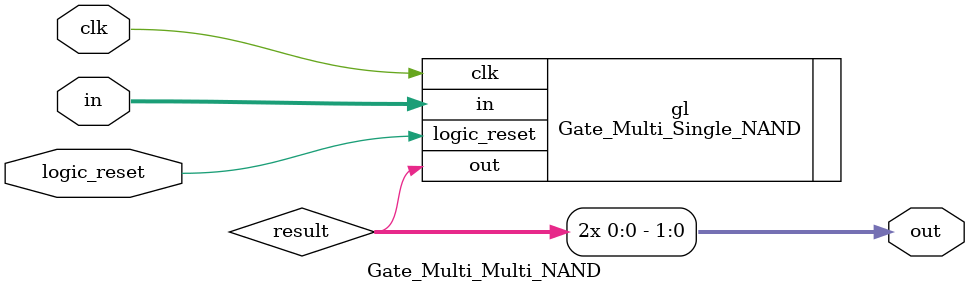
<source format=v>
module Gate_Multi_Multi_NAND #(
    parameter INPUT_COUNT = 2,
    parameter OUTPUT_COUNT = 2
)(        
    input wire clk,
    input wire logic_reset,       
    input wire [INPUT_COUNT-1:0] in, 
    output wire [OUTPUT_COUNT-1:0] out
);

    wire result;

    assign out = {OUTPUT_COUNT{result}};

    Gate_Multi_Single_NAND gl (
        .clk(clk),
        .logic_reset(logic_reset),
        .in(in),
        .out(result)
    );

endmodule
</source>
